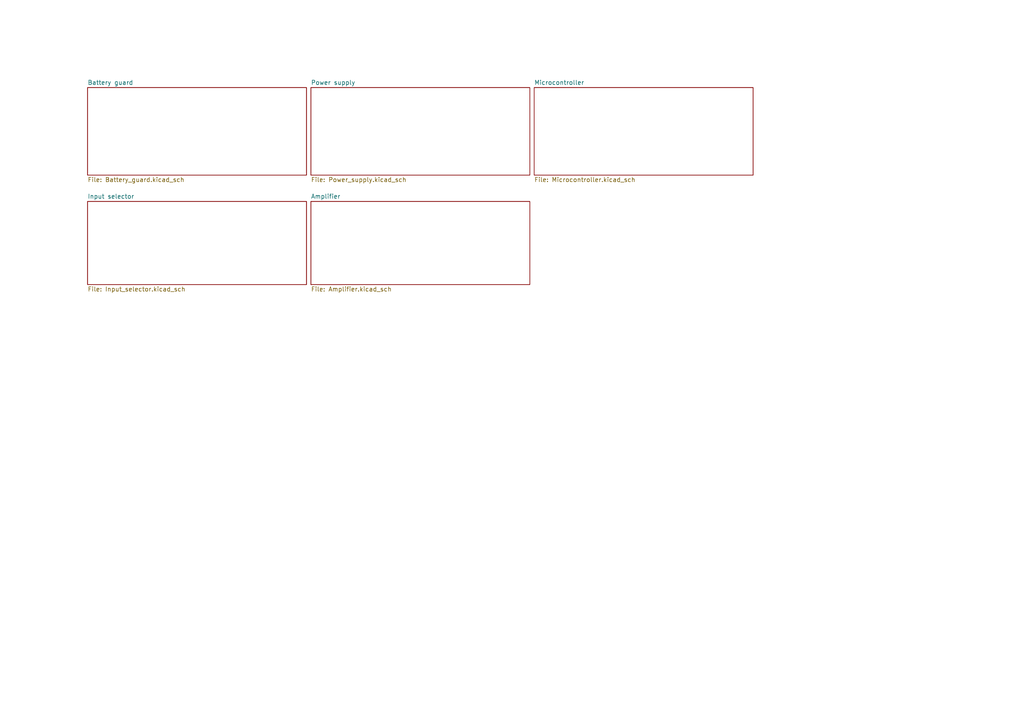
<source format=kicad_sch>
(kicad_sch (version 20230121) (generator eeschema)

  (uuid 27d77605-2752-4e61-ac7a-098d2afac363)

  (paper "A4")

  (lib_symbols
  )


  (sheet (at 90.17 58.42) (size 63.5 24.13) (fields_autoplaced)
    (stroke (width 0.1524) (type solid))
    (fill (color 0 0 0 0.0000))
    (uuid 277d86ce-7d96-4d5f-8603-8ea6c4e439b7)
    (property "Sheetname" "Amplifier" (at 90.17 57.7084 0)
      (effects (font (size 1.27 1.27)) (justify left bottom))
    )
    (property "Sheetfile" "Amplifier.kicad_sch" (at 90.17 83.1346 0)
      (effects (font (size 1.27 1.27)) (justify left top))
    )
    (instances
      (project "P113 Portable Headphone Amp"
        (path "/27d77605-2752-4e61-ac7a-098d2afac363" (page "6"))
      )
    )
  )

  (sheet (at 25.4 58.42) (size 63.5 24.13) (fields_autoplaced)
    (stroke (width 0.1524) (type solid))
    (fill (color 0 0 0 0.0000))
    (uuid 50632916-6ce4-4ab5-823e-a43bf8ab8168)
    (property "Sheetname" "Input selector" (at 25.4 57.7084 0)
      (effects (font (size 1.27 1.27)) (justify left bottom))
    )
    (property "Sheetfile" "Input_selector.kicad_sch" (at 25.4 83.1346 0)
      (effects (font (size 1.27 1.27)) (justify left top))
    )
    (instances
      (project "P113 Portable Headphone Amp"
        (path "/27d77605-2752-4e61-ac7a-098d2afac363" (page "5"))
      )
    )
  )

  (sheet (at 25.4 25.4) (size 63.5 25.4) (fields_autoplaced)
    (stroke (width 0.1524) (type solid))
    (fill (color 0 0 0 0.0000))
    (uuid 5332b2ff-dddb-4cdf-a6e0-468d5a02a680)
    (property "Sheetname" "Battery guard" (at 25.4 24.6884 0)
      (effects (font (size 1.27 1.27)) (justify left bottom))
    )
    (property "Sheetfile" "Battery_guard.kicad_sch" (at 25.4 51.3846 0)
      (effects (font (size 1.27 1.27)) (justify left top))
    )
    (instances
      (project "P113 Portable Headphone Amp"
        (path "/27d77605-2752-4e61-ac7a-098d2afac363" (page "2"))
      )
    )
  )

  (sheet (at 154.94 25.4) (size 63.5 25.4) (fields_autoplaced)
    (stroke (width 0.1524) (type solid))
    (fill (color 0 0 0 0.0000))
    (uuid 94d073f1-59c8-4aee-a2b3-55533d088160)
    (property "Sheetname" "Microcontroller" (at 154.94 24.6884 0)
      (effects (font (size 1.27 1.27)) (justify left bottom))
    )
    (property "Sheetfile" "Microcontroller.kicad_sch" (at 154.94 51.3846 0)
      (effects (font (size 1.27 1.27)) (justify left top))
    )
    (instances
      (project "P113 Portable Headphone Amp"
        (path "/27d77605-2752-4e61-ac7a-098d2afac363" (page "4"))
      )
    )
  )

  (sheet (at 90.17 25.4) (size 63.5 25.4) (fields_autoplaced)
    (stroke (width 0.1524) (type solid))
    (fill (color 0 0 0 0.0000))
    (uuid cdebc51d-1dc7-42b1-9e9b-9f1d1104ddfb)
    (property "Sheetname" "Power supply" (at 90.17 24.6884 0)
      (effects (font (size 1.27 1.27)) (justify left bottom))
    )
    (property "Sheetfile" "Power_supply.kicad_sch" (at 90.17 51.3846 0)
      (effects (font (size 1.27 1.27)) (justify left top))
    )
    (instances
      (project "P113 Portable Headphone Amp"
        (path "/27d77605-2752-4e61-ac7a-098d2afac363" (page "3"))
      )
    )
  )

  (sheet_instances
    (path "/" (page "1"))
  )
)

</source>
